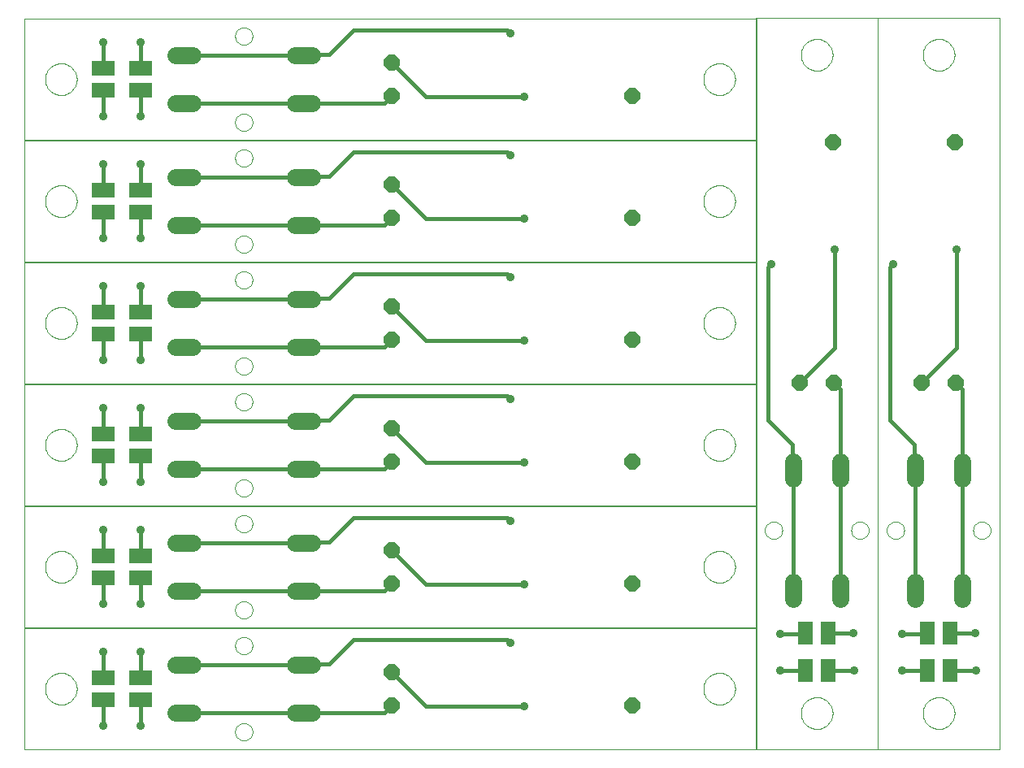
<source format=gtl>
G75*
G70*
%OFA0B0*%
%FSLAX24Y24*%
%IPPOS*%
%LPD*%
%AMOC8*
5,1,8,0,0,1.08239X$1,22.5*
%
%ADD10C,0.0000*%
%ADD11OC8,0.0650*%
%ADD12C,0.0705*%
%ADD13R,0.0945X0.0630*%
%ADD14R,0.0630X0.0945*%
%ADD15C,0.0357*%
%ADD16C,0.0160*%
D10*
X000151Y000181D02*
X000151Y005177D01*
X030171Y005177D01*
X030171Y000181D01*
X000151Y000181D01*
X001001Y002681D02*
X001003Y002731D01*
X001009Y002781D01*
X001019Y002831D01*
X001032Y002879D01*
X001049Y002927D01*
X001070Y002973D01*
X001094Y003017D01*
X001122Y003059D01*
X001153Y003099D01*
X001187Y003136D01*
X001224Y003171D01*
X001263Y003202D01*
X001304Y003231D01*
X001348Y003256D01*
X001394Y003278D01*
X001441Y003296D01*
X001489Y003310D01*
X001538Y003321D01*
X001588Y003328D01*
X001638Y003331D01*
X001689Y003330D01*
X001739Y003325D01*
X001789Y003316D01*
X001837Y003304D01*
X001885Y003287D01*
X001931Y003267D01*
X001976Y003244D01*
X002019Y003217D01*
X002059Y003187D01*
X002097Y003154D01*
X002132Y003118D01*
X002165Y003079D01*
X002194Y003038D01*
X002220Y002995D01*
X002243Y002950D01*
X002262Y002903D01*
X002277Y002855D01*
X002289Y002806D01*
X002297Y002756D01*
X002301Y002706D01*
X002301Y002656D01*
X002297Y002606D01*
X002289Y002556D01*
X002277Y002507D01*
X002262Y002459D01*
X002243Y002412D01*
X002220Y002367D01*
X002194Y002324D01*
X002165Y002283D01*
X002132Y002244D01*
X002097Y002208D01*
X002059Y002175D01*
X002019Y002145D01*
X001976Y002118D01*
X001931Y002095D01*
X001885Y002075D01*
X001837Y002058D01*
X001789Y002046D01*
X001739Y002037D01*
X001689Y002032D01*
X001638Y002031D01*
X001588Y002034D01*
X001538Y002041D01*
X001489Y002052D01*
X001441Y002066D01*
X001394Y002084D01*
X001348Y002106D01*
X001304Y002131D01*
X001263Y002160D01*
X001224Y002191D01*
X001187Y002226D01*
X001153Y002263D01*
X001122Y002303D01*
X001094Y002345D01*
X001070Y002389D01*
X001049Y002435D01*
X001032Y002483D01*
X001019Y002531D01*
X001009Y002581D01*
X001003Y002631D01*
X001001Y002681D01*
X000151Y005181D02*
X000151Y010177D01*
X030171Y010177D01*
X030171Y005181D01*
X000151Y005181D01*
X001001Y007681D02*
X001003Y007731D01*
X001009Y007781D01*
X001019Y007831D01*
X001032Y007879D01*
X001049Y007927D01*
X001070Y007973D01*
X001094Y008017D01*
X001122Y008059D01*
X001153Y008099D01*
X001187Y008136D01*
X001224Y008171D01*
X001263Y008202D01*
X001304Y008231D01*
X001348Y008256D01*
X001394Y008278D01*
X001441Y008296D01*
X001489Y008310D01*
X001538Y008321D01*
X001588Y008328D01*
X001638Y008331D01*
X001689Y008330D01*
X001739Y008325D01*
X001789Y008316D01*
X001837Y008304D01*
X001885Y008287D01*
X001931Y008267D01*
X001976Y008244D01*
X002019Y008217D01*
X002059Y008187D01*
X002097Y008154D01*
X002132Y008118D01*
X002165Y008079D01*
X002194Y008038D01*
X002220Y007995D01*
X002243Y007950D01*
X002262Y007903D01*
X002277Y007855D01*
X002289Y007806D01*
X002297Y007756D01*
X002301Y007706D01*
X002301Y007656D01*
X002297Y007606D01*
X002289Y007556D01*
X002277Y007507D01*
X002262Y007459D01*
X002243Y007412D01*
X002220Y007367D01*
X002194Y007324D01*
X002165Y007283D01*
X002132Y007244D01*
X002097Y007208D01*
X002059Y007175D01*
X002019Y007145D01*
X001976Y007118D01*
X001931Y007095D01*
X001885Y007075D01*
X001837Y007058D01*
X001789Y007046D01*
X001739Y007037D01*
X001689Y007032D01*
X001638Y007031D01*
X001588Y007034D01*
X001538Y007041D01*
X001489Y007052D01*
X001441Y007066D01*
X001394Y007084D01*
X001348Y007106D01*
X001304Y007131D01*
X001263Y007160D01*
X001224Y007191D01*
X001187Y007226D01*
X001153Y007263D01*
X001122Y007303D01*
X001094Y007345D01*
X001070Y007389D01*
X001049Y007435D01*
X001032Y007483D01*
X001019Y007531D01*
X001009Y007581D01*
X001003Y007631D01*
X001001Y007681D01*
X000151Y010181D02*
X000151Y015177D01*
X030171Y015177D01*
X030171Y010181D01*
X000151Y010181D01*
X001001Y012681D02*
X001003Y012731D01*
X001009Y012781D01*
X001019Y012831D01*
X001032Y012879D01*
X001049Y012927D01*
X001070Y012973D01*
X001094Y013017D01*
X001122Y013059D01*
X001153Y013099D01*
X001187Y013136D01*
X001224Y013171D01*
X001263Y013202D01*
X001304Y013231D01*
X001348Y013256D01*
X001394Y013278D01*
X001441Y013296D01*
X001489Y013310D01*
X001538Y013321D01*
X001588Y013328D01*
X001638Y013331D01*
X001689Y013330D01*
X001739Y013325D01*
X001789Y013316D01*
X001837Y013304D01*
X001885Y013287D01*
X001931Y013267D01*
X001976Y013244D01*
X002019Y013217D01*
X002059Y013187D01*
X002097Y013154D01*
X002132Y013118D01*
X002165Y013079D01*
X002194Y013038D01*
X002220Y012995D01*
X002243Y012950D01*
X002262Y012903D01*
X002277Y012855D01*
X002289Y012806D01*
X002297Y012756D01*
X002301Y012706D01*
X002301Y012656D01*
X002297Y012606D01*
X002289Y012556D01*
X002277Y012507D01*
X002262Y012459D01*
X002243Y012412D01*
X002220Y012367D01*
X002194Y012324D01*
X002165Y012283D01*
X002132Y012244D01*
X002097Y012208D01*
X002059Y012175D01*
X002019Y012145D01*
X001976Y012118D01*
X001931Y012095D01*
X001885Y012075D01*
X001837Y012058D01*
X001789Y012046D01*
X001739Y012037D01*
X001689Y012032D01*
X001638Y012031D01*
X001588Y012034D01*
X001538Y012041D01*
X001489Y012052D01*
X001441Y012066D01*
X001394Y012084D01*
X001348Y012106D01*
X001304Y012131D01*
X001263Y012160D01*
X001224Y012191D01*
X001187Y012226D01*
X001153Y012263D01*
X001122Y012303D01*
X001094Y012345D01*
X001070Y012389D01*
X001049Y012435D01*
X001032Y012483D01*
X001019Y012531D01*
X001009Y012581D01*
X001003Y012631D01*
X001001Y012681D01*
X000151Y015181D02*
X000151Y020177D01*
X030171Y020177D01*
X030171Y015181D01*
X000151Y015181D01*
X001001Y017681D02*
X001003Y017731D01*
X001009Y017781D01*
X001019Y017831D01*
X001032Y017879D01*
X001049Y017927D01*
X001070Y017973D01*
X001094Y018017D01*
X001122Y018059D01*
X001153Y018099D01*
X001187Y018136D01*
X001224Y018171D01*
X001263Y018202D01*
X001304Y018231D01*
X001348Y018256D01*
X001394Y018278D01*
X001441Y018296D01*
X001489Y018310D01*
X001538Y018321D01*
X001588Y018328D01*
X001638Y018331D01*
X001689Y018330D01*
X001739Y018325D01*
X001789Y018316D01*
X001837Y018304D01*
X001885Y018287D01*
X001931Y018267D01*
X001976Y018244D01*
X002019Y018217D01*
X002059Y018187D01*
X002097Y018154D01*
X002132Y018118D01*
X002165Y018079D01*
X002194Y018038D01*
X002220Y017995D01*
X002243Y017950D01*
X002262Y017903D01*
X002277Y017855D01*
X002289Y017806D01*
X002297Y017756D01*
X002301Y017706D01*
X002301Y017656D01*
X002297Y017606D01*
X002289Y017556D01*
X002277Y017507D01*
X002262Y017459D01*
X002243Y017412D01*
X002220Y017367D01*
X002194Y017324D01*
X002165Y017283D01*
X002132Y017244D01*
X002097Y017208D01*
X002059Y017175D01*
X002019Y017145D01*
X001976Y017118D01*
X001931Y017095D01*
X001885Y017075D01*
X001837Y017058D01*
X001789Y017046D01*
X001739Y017037D01*
X001689Y017032D01*
X001638Y017031D01*
X001588Y017034D01*
X001538Y017041D01*
X001489Y017052D01*
X001441Y017066D01*
X001394Y017084D01*
X001348Y017106D01*
X001304Y017131D01*
X001263Y017160D01*
X001224Y017191D01*
X001187Y017226D01*
X001153Y017263D01*
X001122Y017303D01*
X001094Y017345D01*
X001070Y017389D01*
X001049Y017435D01*
X001032Y017483D01*
X001019Y017531D01*
X001009Y017581D01*
X001003Y017631D01*
X001001Y017681D01*
X000151Y020181D02*
X000151Y025177D01*
X030171Y025177D01*
X030171Y020181D01*
X000151Y020181D01*
X001001Y022681D02*
X001003Y022731D01*
X001009Y022781D01*
X001019Y022831D01*
X001032Y022879D01*
X001049Y022927D01*
X001070Y022973D01*
X001094Y023017D01*
X001122Y023059D01*
X001153Y023099D01*
X001187Y023136D01*
X001224Y023171D01*
X001263Y023202D01*
X001304Y023231D01*
X001348Y023256D01*
X001394Y023278D01*
X001441Y023296D01*
X001489Y023310D01*
X001538Y023321D01*
X001588Y023328D01*
X001638Y023331D01*
X001689Y023330D01*
X001739Y023325D01*
X001789Y023316D01*
X001837Y023304D01*
X001885Y023287D01*
X001931Y023267D01*
X001976Y023244D01*
X002019Y023217D01*
X002059Y023187D01*
X002097Y023154D01*
X002132Y023118D01*
X002165Y023079D01*
X002194Y023038D01*
X002220Y022995D01*
X002243Y022950D01*
X002262Y022903D01*
X002277Y022855D01*
X002289Y022806D01*
X002297Y022756D01*
X002301Y022706D01*
X002301Y022656D01*
X002297Y022606D01*
X002289Y022556D01*
X002277Y022507D01*
X002262Y022459D01*
X002243Y022412D01*
X002220Y022367D01*
X002194Y022324D01*
X002165Y022283D01*
X002132Y022244D01*
X002097Y022208D01*
X002059Y022175D01*
X002019Y022145D01*
X001976Y022118D01*
X001931Y022095D01*
X001885Y022075D01*
X001837Y022058D01*
X001789Y022046D01*
X001739Y022037D01*
X001689Y022032D01*
X001638Y022031D01*
X001588Y022034D01*
X001538Y022041D01*
X001489Y022052D01*
X001441Y022066D01*
X001394Y022084D01*
X001348Y022106D01*
X001304Y022131D01*
X001263Y022160D01*
X001224Y022191D01*
X001187Y022226D01*
X001153Y022263D01*
X001122Y022303D01*
X001094Y022345D01*
X001070Y022389D01*
X001049Y022435D01*
X001032Y022483D01*
X001019Y022531D01*
X001009Y022581D01*
X001003Y022631D01*
X001001Y022681D01*
X000151Y025181D02*
X000151Y030177D01*
X030171Y030177D01*
X030171Y025181D01*
X000151Y025181D01*
X001001Y027681D02*
X001003Y027731D01*
X001009Y027781D01*
X001019Y027831D01*
X001032Y027879D01*
X001049Y027927D01*
X001070Y027973D01*
X001094Y028017D01*
X001122Y028059D01*
X001153Y028099D01*
X001187Y028136D01*
X001224Y028171D01*
X001263Y028202D01*
X001304Y028231D01*
X001348Y028256D01*
X001394Y028278D01*
X001441Y028296D01*
X001489Y028310D01*
X001538Y028321D01*
X001588Y028328D01*
X001638Y028331D01*
X001689Y028330D01*
X001739Y028325D01*
X001789Y028316D01*
X001837Y028304D01*
X001885Y028287D01*
X001931Y028267D01*
X001976Y028244D01*
X002019Y028217D01*
X002059Y028187D01*
X002097Y028154D01*
X002132Y028118D01*
X002165Y028079D01*
X002194Y028038D01*
X002220Y027995D01*
X002243Y027950D01*
X002262Y027903D01*
X002277Y027855D01*
X002289Y027806D01*
X002297Y027756D01*
X002301Y027706D01*
X002301Y027656D01*
X002297Y027606D01*
X002289Y027556D01*
X002277Y027507D01*
X002262Y027459D01*
X002243Y027412D01*
X002220Y027367D01*
X002194Y027324D01*
X002165Y027283D01*
X002132Y027244D01*
X002097Y027208D01*
X002059Y027175D01*
X002019Y027145D01*
X001976Y027118D01*
X001931Y027095D01*
X001885Y027075D01*
X001837Y027058D01*
X001789Y027046D01*
X001739Y027037D01*
X001689Y027032D01*
X001638Y027031D01*
X001588Y027034D01*
X001538Y027041D01*
X001489Y027052D01*
X001441Y027066D01*
X001394Y027084D01*
X001348Y027106D01*
X001304Y027131D01*
X001263Y027160D01*
X001224Y027191D01*
X001187Y027226D01*
X001153Y027263D01*
X001122Y027303D01*
X001094Y027345D01*
X001070Y027389D01*
X001049Y027435D01*
X001032Y027483D01*
X001019Y027531D01*
X001009Y027581D01*
X001003Y027631D01*
X001001Y027681D01*
X008796Y025911D02*
X008798Y025948D01*
X008804Y025985D01*
X008813Y026021D01*
X008827Y026055D01*
X008844Y026088D01*
X008864Y026120D01*
X008887Y026149D01*
X008913Y026175D01*
X008942Y026198D01*
X008973Y026218D01*
X009007Y026235D01*
X009041Y026249D01*
X009077Y026258D01*
X009114Y026264D01*
X009151Y026266D01*
X009188Y026264D01*
X009225Y026258D01*
X009261Y026249D01*
X009295Y026235D01*
X009328Y026218D01*
X009360Y026198D01*
X009389Y026175D01*
X009415Y026149D01*
X009438Y026120D01*
X009458Y026089D01*
X009475Y026055D01*
X009489Y026021D01*
X009498Y025985D01*
X009504Y025948D01*
X009506Y025911D01*
X009504Y025874D01*
X009498Y025837D01*
X009489Y025801D01*
X009475Y025767D01*
X009458Y025734D01*
X009438Y025702D01*
X009415Y025673D01*
X009389Y025647D01*
X009360Y025624D01*
X009329Y025604D01*
X009295Y025587D01*
X009261Y025573D01*
X009225Y025564D01*
X009188Y025558D01*
X009151Y025556D01*
X009114Y025558D01*
X009077Y025564D01*
X009041Y025573D01*
X009007Y025587D01*
X008974Y025604D01*
X008942Y025624D01*
X008913Y025647D01*
X008887Y025673D01*
X008864Y025702D01*
X008844Y025733D01*
X008827Y025767D01*
X008813Y025801D01*
X008804Y025837D01*
X008798Y025874D01*
X008796Y025911D01*
X008796Y024451D02*
X008798Y024488D01*
X008804Y024525D01*
X008813Y024561D01*
X008827Y024595D01*
X008844Y024628D01*
X008864Y024660D01*
X008887Y024689D01*
X008913Y024715D01*
X008942Y024738D01*
X008973Y024758D01*
X009007Y024775D01*
X009041Y024789D01*
X009077Y024798D01*
X009114Y024804D01*
X009151Y024806D01*
X009188Y024804D01*
X009225Y024798D01*
X009261Y024789D01*
X009295Y024775D01*
X009328Y024758D01*
X009360Y024738D01*
X009389Y024715D01*
X009415Y024689D01*
X009438Y024660D01*
X009458Y024629D01*
X009475Y024595D01*
X009489Y024561D01*
X009498Y024525D01*
X009504Y024488D01*
X009506Y024451D01*
X009504Y024414D01*
X009498Y024377D01*
X009489Y024341D01*
X009475Y024307D01*
X009458Y024274D01*
X009438Y024242D01*
X009415Y024213D01*
X009389Y024187D01*
X009360Y024164D01*
X009329Y024144D01*
X009295Y024127D01*
X009261Y024113D01*
X009225Y024104D01*
X009188Y024098D01*
X009151Y024096D01*
X009114Y024098D01*
X009077Y024104D01*
X009041Y024113D01*
X009007Y024127D01*
X008974Y024144D01*
X008942Y024164D01*
X008913Y024187D01*
X008887Y024213D01*
X008864Y024242D01*
X008844Y024273D01*
X008827Y024307D01*
X008813Y024341D01*
X008804Y024377D01*
X008798Y024414D01*
X008796Y024451D01*
X008796Y020911D02*
X008798Y020948D01*
X008804Y020985D01*
X008813Y021021D01*
X008827Y021055D01*
X008844Y021088D01*
X008864Y021120D01*
X008887Y021149D01*
X008913Y021175D01*
X008942Y021198D01*
X008973Y021218D01*
X009007Y021235D01*
X009041Y021249D01*
X009077Y021258D01*
X009114Y021264D01*
X009151Y021266D01*
X009188Y021264D01*
X009225Y021258D01*
X009261Y021249D01*
X009295Y021235D01*
X009328Y021218D01*
X009360Y021198D01*
X009389Y021175D01*
X009415Y021149D01*
X009438Y021120D01*
X009458Y021089D01*
X009475Y021055D01*
X009489Y021021D01*
X009498Y020985D01*
X009504Y020948D01*
X009506Y020911D01*
X009504Y020874D01*
X009498Y020837D01*
X009489Y020801D01*
X009475Y020767D01*
X009458Y020734D01*
X009438Y020702D01*
X009415Y020673D01*
X009389Y020647D01*
X009360Y020624D01*
X009329Y020604D01*
X009295Y020587D01*
X009261Y020573D01*
X009225Y020564D01*
X009188Y020558D01*
X009151Y020556D01*
X009114Y020558D01*
X009077Y020564D01*
X009041Y020573D01*
X009007Y020587D01*
X008974Y020604D01*
X008942Y020624D01*
X008913Y020647D01*
X008887Y020673D01*
X008864Y020702D01*
X008844Y020733D01*
X008827Y020767D01*
X008813Y020801D01*
X008804Y020837D01*
X008798Y020874D01*
X008796Y020911D01*
X008796Y019451D02*
X008798Y019488D01*
X008804Y019525D01*
X008813Y019561D01*
X008827Y019595D01*
X008844Y019628D01*
X008864Y019660D01*
X008887Y019689D01*
X008913Y019715D01*
X008942Y019738D01*
X008973Y019758D01*
X009007Y019775D01*
X009041Y019789D01*
X009077Y019798D01*
X009114Y019804D01*
X009151Y019806D01*
X009188Y019804D01*
X009225Y019798D01*
X009261Y019789D01*
X009295Y019775D01*
X009328Y019758D01*
X009360Y019738D01*
X009389Y019715D01*
X009415Y019689D01*
X009438Y019660D01*
X009458Y019629D01*
X009475Y019595D01*
X009489Y019561D01*
X009498Y019525D01*
X009504Y019488D01*
X009506Y019451D01*
X009504Y019414D01*
X009498Y019377D01*
X009489Y019341D01*
X009475Y019307D01*
X009458Y019274D01*
X009438Y019242D01*
X009415Y019213D01*
X009389Y019187D01*
X009360Y019164D01*
X009329Y019144D01*
X009295Y019127D01*
X009261Y019113D01*
X009225Y019104D01*
X009188Y019098D01*
X009151Y019096D01*
X009114Y019098D01*
X009077Y019104D01*
X009041Y019113D01*
X009007Y019127D01*
X008974Y019144D01*
X008942Y019164D01*
X008913Y019187D01*
X008887Y019213D01*
X008864Y019242D01*
X008844Y019273D01*
X008827Y019307D01*
X008813Y019341D01*
X008804Y019377D01*
X008798Y019414D01*
X008796Y019451D01*
X008796Y015911D02*
X008798Y015948D01*
X008804Y015985D01*
X008813Y016021D01*
X008827Y016055D01*
X008844Y016088D01*
X008864Y016120D01*
X008887Y016149D01*
X008913Y016175D01*
X008942Y016198D01*
X008973Y016218D01*
X009007Y016235D01*
X009041Y016249D01*
X009077Y016258D01*
X009114Y016264D01*
X009151Y016266D01*
X009188Y016264D01*
X009225Y016258D01*
X009261Y016249D01*
X009295Y016235D01*
X009328Y016218D01*
X009360Y016198D01*
X009389Y016175D01*
X009415Y016149D01*
X009438Y016120D01*
X009458Y016089D01*
X009475Y016055D01*
X009489Y016021D01*
X009498Y015985D01*
X009504Y015948D01*
X009506Y015911D01*
X009504Y015874D01*
X009498Y015837D01*
X009489Y015801D01*
X009475Y015767D01*
X009458Y015734D01*
X009438Y015702D01*
X009415Y015673D01*
X009389Y015647D01*
X009360Y015624D01*
X009329Y015604D01*
X009295Y015587D01*
X009261Y015573D01*
X009225Y015564D01*
X009188Y015558D01*
X009151Y015556D01*
X009114Y015558D01*
X009077Y015564D01*
X009041Y015573D01*
X009007Y015587D01*
X008974Y015604D01*
X008942Y015624D01*
X008913Y015647D01*
X008887Y015673D01*
X008864Y015702D01*
X008844Y015733D01*
X008827Y015767D01*
X008813Y015801D01*
X008804Y015837D01*
X008798Y015874D01*
X008796Y015911D01*
X008796Y014451D02*
X008798Y014488D01*
X008804Y014525D01*
X008813Y014561D01*
X008827Y014595D01*
X008844Y014628D01*
X008864Y014660D01*
X008887Y014689D01*
X008913Y014715D01*
X008942Y014738D01*
X008973Y014758D01*
X009007Y014775D01*
X009041Y014789D01*
X009077Y014798D01*
X009114Y014804D01*
X009151Y014806D01*
X009188Y014804D01*
X009225Y014798D01*
X009261Y014789D01*
X009295Y014775D01*
X009328Y014758D01*
X009360Y014738D01*
X009389Y014715D01*
X009415Y014689D01*
X009438Y014660D01*
X009458Y014629D01*
X009475Y014595D01*
X009489Y014561D01*
X009498Y014525D01*
X009504Y014488D01*
X009506Y014451D01*
X009504Y014414D01*
X009498Y014377D01*
X009489Y014341D01*
X009475Y014307D01*
X009458Y014274D01*
X009438Y014242D01*
X009415Y014213D01*
X009389Y014187D01*
X009360Y014164D01*
X009329Y014144D01*
X009295Y014127D01*
X009261Y014113D01*
X009225Y014104D01*
X009188Y014098D01*
X009151Y014096D01*
X009114Y014098D01*
X009077Y014104D01*
X009041Y014113D01*
X009007Y014127D01*
X008974Y014144D01*
X008942Y014164D01*
X008913Y014187D01*
X008887Y014213D01*
X008864Y014242D01*
X008844Y014273D01*
X008827Y014307D01*
X008813Y014341D01*
X008804Y014377D01*
X008798Y014414D01*
X008796Y014451D01*
X008796Y010911D02*
X008798Y010948D01*
X008804Y010985D01*
X008813Y011021D01*
X008827Y011055D01*
X008844Y011088D01*
X008864Y011120D01*
X008887Y011149D01*
X008913Y011175D01*
X008942Y011198D01*
X008973Y011218D01*
X009007Y011235D01*
X009041Y011249D01*
X009077Y011258D01*
X009114Y011264D01*
X009151Y011266D01*
X009188Y011264D01*
X009225Y011258D01*
X009261Y011249D01*
X009295Y011235D01*
X009328Y011218D01*
X009360Y011198D01*
X009389Y011175D01*
X009415Y011149D01*
X009438Y011120D01*
X009458Y011089D01*
X009475Y011055D01*
X009489Y011021D01*
X009498Y010985D01*
X009504Y010948D01*
X009506Y010911D01*
X009504Y010874D01*
X009498Y010837D01*
X009489Y010801D01*
X009475Y010767D01*
X009458Y010734D01*
X009438Y010702D01*
X009415Y010673D01*
X009389Y010647D01*
X009360Y010624D01*
X009329Y010604D01*
X009295Y010587D01*
X009261Y010573D01*
X009225Y010564D01*
X009188Y010558D01*
X009151Y010556D01*
X009114Y010558D01*
X009077Y010564D01*
X009041Y010573D01*
X009007Y010587D01*
X008974Y010604D01*
X008942Y010624D01*
X008913Y010647D01*
X008887Y010673D01*
X008864Y010702D01*
X008844Y010733D01*
X008827Y010767D01*
X008813Y010801D01*
X008804Y010837D01*
X008798Y010874D01*
X008796Y010911D01*
X008796Y009451D02*
X008798Y009488D01*
X008804Y009525D01*
X008813Y009561D01*
X008827Y009595D01*
X008844Y009628D01*
X008864Y009660D01*
X008887Y009689D01*
X008913Y009715D01*
X008942Y009738D01*
X008973Y009758D01*
X009007Y009775D01*
X009041Y009789D01*
X009077Y009798D01*
X009114Y009804D01*
X009151Y009806D01*
X009188Y009804D01*
X009225Y009798D01*
X009261Y009789D01*
X009295Y009775D01*
X009328Y009758D01*
X009360Y009738D01*
X009389Y009715D01*
X009415Y009689D01*
X009438Y009660D01*
X009458Y009629D01*
X009475Y009595D01*
X009489Y009561D01*
X009498Y009525D01*
X009504Y009488D01*
X009506Y009451D01*
X009504Y009414D01*
X009498Y009377D01*
X009489Y009341D01*
X009475Y009307D01*
X009458Y009274D01*
X009438Y009242D01*
X009415Y009213D01*
X009389Y009187D01*
X009360Y009164D01*
X009329Y009144D01*
X009295Y009127D01*
X009261Y009113D01*
X009225Y009104D01*
X009188Y009098D01*
X009151Y009096D01*
X009114Y009098D01*
X009077Y009104D01*
X009041Y009113D01*
X009007Y009127D01*
X008974Y009144D01*
X008942Y009164D01*
X008913Y009187D01*
X008887Y009213D01*
X008864Y009242D01*
X008844Y009273D01*
X008827Y009307D01*
X008813Y009341D01*
X008804Y009377D01*
X008798Y009414D01*
X008796Y009451D01*
X008796Y005911D02*
X008798Y005948D01*
X008804Y005985D01*
X008813Y006021D01*
X008827Y006055D01*
X008844Y006088D01*
X008864Y006120D01*
X008887Y006149D01*
X008913Y006175D01*
X008942Y006198D01*
X008973Y006218D01*
X009007Y006235D01*
X009041Y006249D01*
X009077Y006258D01*
X009114Y006264D01*
X009151Y006266D01*
X009188Y006264D01*
X009225Y006258D01*
X009261Y006249D01*
X009295Y006235D01*
X009328Y006218D01*
X009360Y006198D01*
X009389Y006175D01*
X009415Y006149D01*
X009438Y006120D01*
X009458Y006089D01*
X009475Y006055D01*
X009489Y006021D01*
X009498Y005985D01*
X009504Y005948D01*
X009506Y005911D01*
X009504Y005874D01*
X009498Y005837D01*
X009489Y005801D01*
X009475Y005767D01*
X009458Y005734D01*
X009438Y005702D01*
X009415Y005673D01*
X009389Y005647D01*
X009360Y005624D01*
X009329Y005604D01*
X009295Y005587D01*
X009261Y005573D01*
X009225Y005564D01*
X009188Y005558D01*
X009151Y005556D01*
X009114Y005558D01*
X009077Y005564D01*
X009041Y005573D01*
X009007Y005587D01*
X008974Y005604D01*
X008942Y005624D01*
X008913Y005647D01*
X008887Y005673D01*
X008864Y005702D01*
X008844Y005733D01*
X008827Y005767D01*
X008813Y005801D01*
X008804Y005837D01*
X008798Y005874D01*
X008796Y005911D01*
X008796Y004451D02*
X008798Y004488D01*
X008804Y004525D01*
X008813Y004561D01*
X008827Y004595D01*
X008844Y004628D01*
X008864Y004660D01*
X008887Y004689D01*
X008913Y004715D01*
X008942Y004738D01*
X008973Y004758D01*
X009007Y004775D01*
X009041Y004789D01*
X009077Y004798D01*
X009114Y004804D01*
X009151Y004806D01*
X009188Y004804D01*
X009225Y004798D01*
X009261Y004789D01*
X009295Y004775D01*
X009328Y004758D01*
X009360Y004738D01*
X009389Y004715D01*
X009415Y004689D01*
X009438Y004660D01*
X009458Y004629D01*
X009475Y004595D01*
X009489Y004561D01*
X009498Y004525D01*
X009504Y004488D01*
X009506Y004451D01*
X009504Y004414D01*
X009498Y004377D01*
X009489Y004341D01*
X009475Y004307D01*
X009458Y004274D01*
X009438Y004242D01*
X009415Y004213D01*
X009389Y004187D01*
X009360Y004164D01*
X009329Y004144D01*
X009295Y004127D01*
X009261Y004113D01*
X009225Y004104D01*
X009188Y004098D01*
X009151Y004096D01*
X009114Y004098D01*
X009077Y004104D01*
X009041Y004113D01*
X009007Y004127D01*
X008974Y004144D01*
X008942Y004164D01*
X008913Y004187D01*
X008887Y004213D01*
X008864Y004242D01*
X008844Y004273D01*
X008827Y004307D01*
X008813Y004341D01*
X008804Y004377D01*
X008798Y004414D01*
X008796Y004451D01*
X008796Y000911D02*
X008798Y000948D01*
X008804Y000985D01*
X008813Y001021D01*
X008827Y001055D01*
X008844Y001088D01*
X008864Y001120D01*
X008887Y001149D01*
X008913Y001175D01*
X008942Y001198D01*
X008973Y001218D01*
X009007Y001235D01*
X009041Y001249D01*
X009077Y001258D01*
X009114Y001264D01*
X009151Y001266D01*
X009188Y001264D01*
X009225Y001258D01*
X009261Y001249D01*
X009295Y001235D01*
X009328Y001218D01*
X009360Y001198D01*
X009389Y001175D01*
X009415Y001149D01*
X009438Y001120D01*
X009458Y001089D01*
X009475Y001055D01*
X009489Y001021D01*
X009498Y000985D01*
X009504Y000948D01*
X009506Y000911D01*
X009504Y000874D01*
X009498Y000837D01*
X009489Y000801D01*
X009475Y000767D01*
X009458Y000734D01*
X009438Y000702D01*
X009415Y000673D01*
X009389Y000647D01*
X009360Y000624D01*
X009329Y000604D01*
X009295Y000587D01*
X009261Y000573D01*
X009225Y000564D01*
X009188Y000558D01*
X009151Y000556D01*
X009114Y000558D01*
X009077Y000564D01*
X009041Y000573D01*
X009007Y000587D01*
X008974Y000604D01*
X008942Y000624D01*
X008913Y000647D01*
X008887Y000673D01*
X008864Y000702D01*
X008844Y000733D01*
X008827Y000767D01*
X008813Y000801D01*
X008804Y000837D01*
X008798Y000874D01*
X008796Y000911D01*
X028001Y002681D02*
X028003Y002731D01*
X028009Y002781D01*
X028019Y002831D01*
X028032Y002879D01*
X028049Y002927D01*
X028070Y002973D01*
X028094Y003017D01*
X028122Y003059D01*
X028153Y003099D01*
X028187Y003136D01*
X028224Y003171D01*
X028263Y003202D01*
X028304Y003231D01*
X028348Y003256D01*
X028394Y003278D01*
X028441Y003296D01*
X028489Y003310D01*
X028538Y003321D01*
X028588Y003328D01*
X028638Y003331D01*
X028689Y003330D01*
X028739Y003325D01*
X028789Y003316D01*
X028837Y003304D01*
X028885Y003287D01*
X028931Y003267D01*
X028976Y003244D01*
X029019Y003217D01*
X029059Y003187D01*
X029097Y003154D01*
X029132Y003118D01*
X029165Y003079D01*
X029194Y003038D01*
X029220Y002995D01*
X029243Y002950D01*
X029262Y002903D01*
X029277Y002855D01*
X029289Y002806D01*
X029297Y002756D01*
X029301Y002706D01*
X029301Y002656D01*
X029297Y002606D01*
X029289Y002556D01*
X029277Y002507D01*
X029262Y002459D01*
X029243Y002412D01*
X029220Y002367D01*
X029194Y002324D01*
X029165Y002283D01*
X029132Y002244D01*
X029097Y002208D01*
X029059Y002175D01*
X029019Y002145D01*
X028976Y002118D01*
X028931Y002095D01*
X028885Y002075D01*
X028837Y002058D01*
X028789Y002046D01*
X028739Y002037D01*
X028689Y002032D01*
X028638Y002031D01*
X028588Y002034D01*
X028538Y002041D01*
X028489Y002052D01*
X028441Y002066D01*
X028394Y002084D01*
X028348Y002106D01*
X028304Y002131D01*
X028263Y002160D01*
X028224Y002191D01*
X028187Y002226D01*
X028153Y002263D01*
X028122Y002303D01*
X028094Y002345D01*
X028070Y002389D01*
X028049Y002435D01*
X028032Y002483D01*
X028019Y002531D01*
X028009Y002581D01*
X028003Y002631D01*
X028001Y002681D01*
X030155Y000181D02*
X035151Y000181D01*
X035151Y030201D01*
X030155Y030201D01*
X030155Y000181D01*
X032001Y001681D02*
X032003Y001731D01*
X032009Y001781D01*
X032019Y001831D01*
X032032Y001879D01*
X032049Y001927D01*
X032070Y001973D01*
X032094Y002017D01*
X032122Y002059D01*
X032153Y002099D01*
X032187Y002136D01*
X032224Y002171D01*
X032263Y002202D01*
X032304Y002231D01*
X032348Y002256D01*
X032394Y002278D01*
X032441Y002296D01*
X032489Y002310D01*
X032538Y002321D01*
X032588Y002328D01*
X032638Y002331D01*
X032689Y002330D01*
X032739Y002325D01*
X032789Y002316D01*
X032837Y002304D01*
X032885Y002287D01*
X032931Y002267D01*
X032976Y002244D01*
X033019Y002217D01*
X033059Y002187D01*
X033097Y002154D01*
X033132Y002118D01*
X033165Y002079D01*
X033194Y002038D01*
X033220Y001995D01*
X033243Y001950D01*
X033262Y001903D01*
X033277Y001855D01*
X033289Y001806D01*
X033297Y001756D01*
X033301Y001706D01*
X033301Y001656D01*
X033297Y001606D01*
X033289Y001556D01*
X033277Y001507D01*
X033262Y001459D01*
X033243Y001412D01*
X033220Y001367D01*
X033194Y001324D01*
X033165Y001283D01*
X033132Y001244D01*
X033097Y001208D01*
X033059Y001175D01*
X033019Y001145D01*
X032976Y001118D01*
X032931Y001095D01*
X032885Y001075D01*
X032837Y001058D01*
X032789Y001046D01*
X032739Y001037D01*
X032689Y001032D01*
X032638Y001031D01*
X032588Y001034D01*
X032538Y001041D01*
X032489Y001052D01*
X032441Y001066D01*
X032394Y001084D01*
X032348Y001106D01*
X032304Y001131D01*
X032263Y001160D01*
X032224Y001191D01*
X032187Y001226D01*
X032153Y001263D01*
X032122Y001303D01*
X032094Y001345D01*
X032070Y001389D01*
X032049Y001435D01*
X032032Y001483D01*
X032019Y001531D01*
X032009Y001581D01*
X032003Y001631D01*
X032001Y001681D01*
X035155Y000181D02*
X040151Y000181D01*
X040151Y030201D01*
X035155Y030201D01*
X035155Y000181D01*
X037001Y001681D02*
X037003Y001731D01*
X037009Y001781D01*
X037019Y001831D01*
X037032Y001879D01*
X037049Y001927D01*
X037070Y001973D01*
X037094Y002017D01*
X037122Y002059D01*
X037153Y002099D01*
X037187Y002136D01*
X037224Y002171D01*
X037263Y002202D01*
X037304Y002231D01*
X037348Y002256D01*
X037394Y002278D01*
X037441Y002296D01*
X037489Y002310D01*
X037538Y002321D01*
X037588Y002328D01*
X037638Y002331D01*
X037689Y002330D01*
X037739Y002325D01*
X037789Y002316D01*
X037837Y002304D01*
X037885Y002287D01*
X037931Y002267D01*
X037976Y002244D01*
X038019Y002217D01*
X038059Y002187D01*
X038097Y002154D01*
X038132Y002118D01*
X038165Y002079D01*
X038194Y002038D01*
X038220Y001995D01*
X038243Y001950D01*
X038262Y001903D01*
X038277Y001855D01*
X038289Y001806D01*
X038297Y001756D01*
X038301Y001706D01*
X038301Y001656D01*
X038297Y001606D01*
X038289Y001556D01*
X038277Y001507D01*
X038262Y001459D01*
X038243Y001412D01*
X038220Y001367D01*
X038194Y001324D01*
X038165Y001283D01*
X038132Y001244D01*
X038097Y001208D01*
X038059Y001175D01*
X038019Y001145D01*
X037976Y001118D01*
X037931Y001095D01*
X037885Y001075D01*
X037837Y001058D01*
X037789Y001046D01*
X037739Y001037D01*
X037689Y001032D01*
X037638Y001031D01*
X037588Y001034D01*
X037538Y001041D01*
X037489Y001052D01*
X037441Y001066D01*
X037394Y001084D01*
X037348Y001106D01*
X037304Y001131D01*
X037263Y001160D01*
X037224Y001191D01*
X037187Y001226D01*
X037153Y001263D01*
X037122Y001303D01*
X037094Y001345D01*
X037070Y001389D01*
X037049Y001435D01*
X037032Y001483D01*
X037019Y001531D01*
X037009Y001581D01*
X037003Y001631D01*
X037001Y001681D01*
X028001Y007681D02*
X028003Y007731D01*
X028009Y007781D01*
X028019Y007831D01*
X028032Y007879D01*
X028049Y007927D01*
X028070Y007973D01*
X028094Y008017D01*
X028122Y008059D01*
X028153Y008099D01*
X028187Y008136D01*
X028224Y008171D01*
X028263Y008202D01*
X028304Y008231D01*
X028348Y008256D01*
X028394Y008278D01*
X028441Y008296D01*
X028489Y008310D01*
X028538Y008321D01*
X028588Y008328D01*
X028638Y008331D01*
X028689Y008330D01*
X028739Y008325D01*
X028789Y008316D01*
X028837Y008304D01*
X028885Y008287D01*
X028931Y008267D01*
X028976Y008244D01*
X029019Y008217D01*
X029059Y008187D01*
X029097Y008154D01*
X029132Y008118D01*
X029165Y008079D01*
X029194Y008038D01*
X029220Y007995D01*
X029243Y007950D01*
X029262Y007903D01*
X029277Y007855D01*
X029289Y007806D01*
X029297Y007756D01*
X029301Y007706D01*
X029301Y007656D01*
X029297Y007606D01*
X029289Y007556D01*
X029277Y007507D01*
X029262Y007459D01*
X029243Y007412D01*
X029220Y007367D01*
X029194Y007324D01*
X029165Y007283D01*
X029132Y007244D01*
X029097Y007208D01*
X029059Y007175D01*
X029019Y007145D01*
X028976Y007118D01*
X028931Y007095D01*
X028885Y007075D01*
X028837Y007058D01*
X028789Y007046D01*
X028739Y007037D01*
X028689Y007032D01*
X028638Y007031D01*
X028588Y007034D01*
X028538Y007041D01*
X028489Y007052D01*
X028441Y007066D01*
X028394Y007084D01*
X028348Y007106D01*
X028304Y007131D01*
X028263Y007160D01*
X028224Y007191D01*
X028187Y007226D01*
X028153Y007263D01*
X028122Y007303D01*
X028094Y007345D01*
X028070Y007389D01*
X028049Y007435D01*
X028032Y007483D01*
X028019Y007531D01*
X028009Y007581D01*
X028003Y007631D01*
X028001Y007681D01*
X030526Y009181D02*
X030528Y009218D01*
X030534Y009255D01*
X030543Y009291D01*
X030557Y009325D01*
X030574Y009358D01*
X030594Y009390D01*
X030617Y009419D01*
X030643Y009445D01*
X030672Y009468D01*
X030703Y009488D01*
X030737Y009505D01*
X030771Y009519D01*
X030807Y009528D01*
X030844Y009534D01*
X030881Y009536D01*
X030918Y009534D01*
X030955Y009528D01*
X030991Y009519D01*
X031025Y009505D01*
X031058Y009488D01*
X031090Y009468D01*
X031119Y009445D01*
X031145Y009419D01*
X031168Y009390D01*
X031188Y009359D01*
X031205Y009325D01*
X031219Y009291D01*
X031228Y009255D01*
X031234Y009218D01*
X031236Y009181D01*
X031234Y009144D01*
X031228Y009107D01*
X031219Y009071D01*
X031205Y009037D01*
X031188Y009004D01*
X031168Y008972D01*
X031145Y008943D01*
X031119Y008917D01*
X031090Y008894D01*
X031059Y008874D01*
X031025Y008857D01*
X030991Y008843D01*
X030955Y008834D01*
X030918Y008828D01*
X030881Y008826D01*
X030844Y008828D01*
X030807Y008834D01*
X030771Y008843D01*
X030737Y008857D01*
X030704Y008874D01*
X030672Y008894D01*
X030643Y008917D01*
X030617Y008943D01*
X030594Y008972D01*
X030574Y009003D01*
X030557Y009037D01*
X030543Y009071D01*
X030534Y009107D01*
X030528Y009144D01*
X030526Y009181D01*
X034066Y009181D02*
X034068Y009218D01*
X034074Y009255D01*
X034083Y009291D01*
X034097Y009325D01*
X034114Y009358D01*
X034134Y009390D01*
X034157Y009419D01*
X034183Y009445D01*
X034212Y009468D01*
X034243Y009488D01*
X034277Y009505D01*
X034311Y009519D01*
X034347Y009528D01*
X034384Y009534D01*
X034421Y009536D01*
X034458Y009534D01*
X034495Y009528D01*
X034531Y009519D01*
X034565Y009505D01*
X034598Y009488D01*
X034630Y009468D01*
X034659Y009445D01*
X034685Y009419D01*
X034708Y009390D01*
X034728Y009359D01*
X034745Y009325D01*
X034759Y009291D01*
X034768Y009255D01*
X034774Y009218D01*
X034776Y009181D01*
X034774Y009144D01*
X034768Y009107D01*
X034759Y009071D01*
X034745Y009037D01*
X034728Y009004D01*
X034708Y008972D01*
X034685Y008943D01*
X034659Y008917D01*
X034630Y008894D01*
X034599Y008874D01*
X034565Y008857D01*
X034531Y008843D01*
X034495Y008834D01*
X034458Y008828D01*
X034421Y008826D01*
X034384Y008828D01*
X034347Y008834D01*
X034311Y008843D01*
X034277Y008857D01*
X034244Y008874D01*
X034212Y008894D01*
X034183Y008917D01*
X034157Y008943D01*
X034134Y008972D01*
X034114Y009003D01*
X034097Y009037D01*
X034083Y009071D01*
X034074Y009107D01*
X034068Y009144D01*
X034066Y009181D01*
X035526Y009181D02*
X035528Y009218D01*
X035534Y009255D01*
X035543Y009291D01*
X035557Y009325D01*
X035574Y009358D01*
X035594Y009390D01*
X035617Y009419D01*
X035643Y009445D01*
X035672Y009468D01*
X035703Y009488D01*
X035737Y009505D01*
X035771Y009519D01*
X035807Y009528D01*
X035844Y009534D01*
X035881Y009536D01*
X035918Y009534D01*
X035955Y009528D01*
X035991Y009519D01*
X036025Y009505D01*
X036058Y009488D01*
X036090Y009468D01*
X036119Y009445D01*
X036145Y009419D01*
X036168Y009390D01*
X036188Y009359D01*
X036205Y009325D01*
X036219Y009291D01*
X036228Y009255D01*
X036234Y009218D01*
X036236Y009181D01*
X036234Y009144D01*
X036228Y009107D01*
X036219Y009071D01*
X036205Y009037D01*
X036188Y009004D01*
X036168Y008972D01*
X036145Y008943D01*
X036119Y008917D01*
X036090Y008894D01*
X036059Y008874D01*
X036025Y008857D01*
X035991Y008843D01*
X035955Y008834D01*
X035918Y008828D01*
X035881Y008826D01*
X035844Y008828D01*
X035807Y008834D01*
X035771Y008843D01*
X035737Y008857D01*
X035704Y008874D01*
X035672Y008894D01*
X035643Y008917D01*
X035617Y008943D01*
X035594Y008972D01*
X035574Y009003D01*
X035557Y009037D01*
X035543Y009071D01*
X035534Y009107D01*
X035528Y009144D01*
X035526Y009181D01*
X039066Y009181D02*
X039068Y009218D01*
X039074Y009255D01*
X039083Y009291D01*
X039097Y009325D01*
X039114Y009358D01*
X039134Y009390D01*
X039157Y009419D01*
X039183Y009445D01*
X039212Y009468D01*
X039243Y009488D01*
X039277Y009505D01*
X039311Y009519D01*
X039347Y009528D01*
X039384Y009534D01*
X039421Y009536D01*
X039458Y009534D01*
X039495Y009528D01*
X039531Y009519D01*
X039565Y009505D01*
X039598Y009488D01*
X039630Y009468D01*
X039659Y009445D01*
X039685Y009419D01*
X039708Y009390D01*
X039728Y009359D01*
X039745Y009325D01*
X039759Y009291D01*
X039768Y009255D01*
X039774Y009218D01*
X039776Y009181D01*
X039774Y009144D01*
X039768Y009107D01*
X039759Y009071D01*
X039745Y009037D01*
X039728Y009004D01*
X039708Y008972D01*
X039685Y008943D01*
X039659Y008917D01*
X039630Y008894D01*
X039599Y008874D01*
X039565Y008857D01*
X039531Y008843D01*
X039495Y008834D01*
X039458Y008828D01*
X039421Y008826D01*
X039384Y008828D01*
X039347Y008834D01*
X039311Y008843D01*
X039277Y008857D01*
X039244Y008874D01*
X039212Y008894D01*
X039183Y008917D01*
X039157Y008943D01*
X039134Y008972D01*
X039114Y009003D01*
X039097Y009037D01*
X039083Y009071D01*
X039074Y009107D01*
X039068Y009144D01*
X039066Y009181D01*
X028001Y012681D02*
X028003Y012731D01*
X028009Y012781D01*
X028019Y012831D01*
X028032Y012879D01*
X028049Y012927D01*
X028070Y012973D01*
X028094Y013017D01*
X028122Y013059D01*
X028153Y013099D01*
X028187Y013136D01*
X028224Y013171D01*
X028263Y013202D01*
X028304Y013231D01*
X028348Y013256D01*
X028394Y013278D01*
X028441Y013296D01*
X028489Y013310D01*
X028538Y013321D01*
X028588Y013328D01*
X028638Y013331D01*
X028689Y013330D01*
X028739Y013325D01*
X028789Y013316D01*
X028837Y013304D01*
X028885Y013287D01*
X028931Y013267D01*
X028976Y013244D01*
X029019Y013217D01*
X029059Y013187D01*
X029097Y013154D01*
X029132Y013118D01*
X029165Y013079D01*
X029194Y013038D01*
X029220Y012995D01*
X029243Y012950D01*
X029262Y012903D01*
X029277Y012855D01*
X029289Y012806D01*
X029297Y012756D01*
X029301Y012706D01*
X029301Y012656D01*
X029297Y012606D01*
X029289Y012556D01*
X029277Y012507D01*
X029262Y012459D01*
X029243Y012412D01*
X029220Y012367D01*
X029194Y012324D01*
X029165Y012283D01*
X029132Y012244D01*
X029097Y012208D01*
X029059Y012175D01*
X029019Y012145D01*
X028976Y012118D01*
X028931Y012095D01*
X028885Y012075D01*
X028837Y012058D01*
X028789Y012046D01*
X028739Y012037D01*
X028689Y012032D01*
X028638Y012031D01*
X028588Y012034D01*
X028538Y012041D01*
X028489Y012052D01*
X028441Y012066D01*
X028394Y012084D01*
X028348Y012106D01*
X028304Y012131D01*
X028263Y012160D01*
X028224Y012191D01*
X028187Y012226D01*
X028153Y012263D01*
X028122Y012303D01*
X028094Y012345D01*
X028070Y012389D01*
X028049Y012435D01*
X028032Y012483D01*
X028019Y012531D01*
X028009Y012581D01*
X028003Y012631D01*
X028001Y012681D01*
X028001Y017681D02*
X028003Y017731D01*
X028009Y017781D01*
X028019Y017831D01*
X028032Y017879D01*
X028049Y017927D01*
X028070Y017973D01*
X028094Y018017D01*
X028122Y018059D01*
X028153Y018099D01*
X028187Y018136D01*
X028224Y018171D01*
X028263Y018202D01*
X028304Y018231D01*
X028348Y018256D01*
X028394Y018278D01*
X028441Y018296D01*
X028489Y018310D01*
X028538Y018321D01*
X028588Y018328D01*
X028638Y018331D01*
X028689Y018330D01*
X028739Y018325D01*
X028789Y018316D01*
X028837Y018304D01*
X028885Y018287D01*
X028931Y018267D01*
X028976Y018244D01*
X029019Y018217D01*
X029059Y018187D01*
X029097Y018154D01*
X029132Y018118D01*
X029165Y018079D01*
X029194Y018038D01*
X029220Y017995D01*
X029243Y017950D01*
X029262Y017903D01*
X029277Y017855D01*
X029289Y017806D01*
X029297Y017756D01*
X029301Y017706D01*
X029301Y017656D01*
X029297Y017606D01*
X029289Y017556D01*
X029277Y017507D01*
X029262Y017459D01*
X029243Y017412D01*
X029220Y017367D01*
X029194Y017324D01*
X029165Y017283D01*
X029132Y017244D01*
X029097Y017208D01*
X029059Y017175D01*
X029019Y017145D01*
X028976Y017118D01*
X028931Y017095D01*
X028885Y017075D01*
X028837Y017058D01*
X028789Y017046D01*
X028739Y017037D01*
X028689Y017032D01*
X028638Y017031D01*
X028588Y017034D01*
X028538Y017041D01*
X028489Y017052D01*
X028441Y017066D01*
X028394Y017084D01*
X028348Y017106D01*
X028304Y017131D01*
X028263Y017160D01*
X028224Y017191D01*
X028187Y017226D01*
X028153Y017263D01*
X028122Y017303D01*
X028094Y017345D01*
X028070Y017389D01*
X028049Y017435D01*
X028032Y017483D01*
X028019Y017531D01*
X028009Y017581D01*
X028003Y017631D01*
X028001Y017681D01*
X028001Y022681D02*
X028003Y022731D01*
X028009Y022781D01*
X028019Y022831D01*
X028032Y022879D01*
X028049Y022927D01*
X028070Y022973D01*
X028094Y023017D01*
X028122Y023059D01*
X028153Y023099D01*
X028187Y023136D01*
X028224Y023171D01*
X028263Y023202D01*
X028304Y023231D01*
X028348Y023256D01*
X028394Y023278D01*
X028441Y023296D01*
X028489Y023310D01*
X028538Y023321D01*
X028588Y023328D01*
X028638Y023331D01*
X028689Y023330D01*
X028739Y023325D01*
X028789Y023316D01*
X028837Y023304D01*
X028885Y023287D01*
X028931Y023267D01*
X028976Y023244D01*
X029019Y023217D01*
X029059Y023187D01*
X029097Y023154D01*
X029132Y023118D01*
X029165Y023079D01*
X029194Y023038D01*
X029220Y022995D01*
X029243Y022950D01*
X029262Y022903D01*
X029277Y022855D01*
X029289Y022806D01*
X029297Y022756D01*
X029301Y022706D01*
X029301Y022656D01*
X029297Y022606D01*
X029289Y022556D01*
X029277Y022507D01*
X029262Y022459D01*
X029243Y022412D01*
X029220Y022367D01*
X029194Y022324D01*
X029165Y022283D01*
X029132Y022244D01*
X029097Y022208D01*
X029059Y022175D01*
X029019Y022145D01*
X028976Y022118D01*
X028931Y022095D01*
X028885Y022075D01*
X028837Y022058D01*
X028789Y022046D01*
X028739Y022037D01*
X028689Y022032D01*
X028638Y022031D01*
X028588Y022034D01*
X028538Y022041D01*
X028489Y022052D01*
X028441Y022066D01*
X028394Y022084D01*
X028348Y022106D01*
X028304Y022131D01*
X028263Y022160D01*
X028224Y022191D01*
X028187Y022226D01*
X028153Y022263D01*
X028122Y022303D01*
X028094Y022345D01*
X028070Y022389D01*
X028049Y022435D01*
X028032Y022483D01*
X028019Y022531D01*
X028009Y022581D01*
X028003Y022631D01*
X028001Y022681D01*
X028001Y027681D02*
X028003Y027731D01*
X028009Y027781D01*
X028019Y027831D01*
X028032Y027879D01*
X028049Y027927D01*
X028070Y027973D01*
X028094Y028017D01*
X028122Y028059D01*
X028153Y028099D01*
X028187Y028136D01*
X028224Y028171D01*
X028263Y028202D01*
X028304Y028231D01*
X028348Y028256D01*
X028394Y028278D01*
X028441Y028296D01*
X028489Y028310D01*
X028538Y028321D01*
X028588Y028328D01*
X028638Y028331D01*
X028689Y028330D01*
X028739Y028325D01*
X028789Y028316D01*
X028837Y028304D01*
X028885Y028287D01*
X028931Y028267D01*
X028976Y028244D01*
X029019Y028217D01*
X029059Y028187D01*
X029097Y028154D01*
X029132Y028118D01*
X029165Y028079D01*
X029194Y028038D01*
X029220Y027995D01*
X029243Y027950D01*
X029262Y027903D01*
X029277Y027855D01*
X029289Y027806D01*
X029297Y027756D01*
X029301Y027706D01*
X029301Y027656D01*
X029297Y027606D01*
X029289Y027556D01*
X029277Y027507D01*
X029262Y027459D01*
X029243Y027412D01*
X029220Y027367D01*
X029194Y027324D01*
X029165Y027283D01*
X029132Y027244D01*
X029097Y027208D01*
X029059Y027175D01*
X029019Y027145D01*
X028976Y027118D01*
X028931Y027095D01*
X028885Y027075D01*
X028837Y027058D01*
X028789Y027046D01*
X028739Y027037D01*
X028689Y027032D01*
X028638Y027031D01*
X028588Y027034D01*
X028538Y027041D01*
X028489Y027052D01*
X028441Y027066D01*
X028394Y027084D01*
X028348Y027106D01*
X028304Y027131D01*
X028263Y027160D01*
X028224Y027191D01*
X028187Y027226D01*
X028153Y027263D01*
X028122Y027303D01*
X028094Y027345D01*
X028070Y027389D01*
X028049Y027435D01*
X028032Y027483D01*
X028019Y027531D01*
X028009Y027581D01*
X028003Y027631D01*
X028001Y027681D01*
X032001Y028681D02*
X032003Y028731D01*
X032009Y028781D01*
X032019Y028831D01*
X032032Y028879D01*
X032049Y028927D01*
X032070Y028973D01*
X032094Y029017D01*
X032122Y029059D01*
X032153Y029099D01*
X032187Y029136D01*
X032224Y029171D01*
X032263Y029202D01*
X032304Y029231D01*
X032348Y029256D01*
X032394Y029278D01*
X032441Y029296D01*
X032489Y029310D01*
X032538Y029321D01*
X032588Y029328D01*
X032638Y029331D01*
X032689Y029330D01*
X032739Y029325D01*
X032789Y029316D01*
X032837Y029304D01*
X032885Y029287D01*
X032931Y029267D01*
X032976Y029244D01*
X033019Y029217D01*
X033059Y029187D01*
X033097Y029154D01*
X033132Y029118D01*
X033165Y029079D01*
X033194Y029038D01*
X033220Y028995D01*
X033243Y028950D01*
X033262Y028903D01*
X033277Y028855D01*
X033289Y028806D01*
X033297Y028756D01*
X033301Y028706D01*
X033301Y028656D01*
X033297Y028606D01*
X033289Y028556D01*
X033277Y028507D01*
X033262Y028459D01*
X033243Y028412D01*
X033220Y028367D01*
X033194Y028324D01*
X033165Y028283D01*
X033132Y028244D01*
X033097Y028208D01*
X033059Y028175D01*
X033019Y028145D01*
X032976Y028118D01*
X032931Y028095D01*
X032885Y028075D01*
X032837Y028058D01*
X032789Y028046D01*
X032739Y028037D01*
X032689Y028032D01*
X032638Y028031D01*
X032588Y028034D01*
X032538Y028041D01*
X032489Y028052D01*
X032441Y028066D01*
X032394Y028084D01*
X032348Y028106D01*
X032304Y028131D01*
X032263Y028160D01*
X032224Y028191D01*
X032187Y028226D01*
X032153Y028263D01*
X032122Y028303D01*
X032094Y028345D01*
X032070Y028389D01*
X032049Y028435D01*
X032032Y028483D01*
X032019Y028531D01*
X032009Y028581D01*
X032003Y028631D01*
X032001Y028681D01*
X037001Y028681D02*
X037003Y028731D01*
X037009Y028781D01*
X037019Y028831D01*
X037032Y028879D01*
X037049Y028927D01*
X037070Y028973D01*
X037094Y029017D01*
X037122Y029059D01*
X037153Y029099D01*
X037187Y029136D01*
X037224Y029171D01*
X037263Y029202D01*
X037304Y029231D01*
X037348Y029256D01*
X037394Y029278D01*
X037441Y029296D01*
X037489Y029310D01*
X037538Y029321D01*
X037588Y029328D01*
X037638Y029331D01*
X037689Y029330D01*
X037739Y029325D01*
X037789Y029316D01*
X037837Y029304D01*
X037885Y029287D01*
X037931Y029267D01*
X037976Y029244D01*
X038019Y029217D01*
X038059Y029187D01*
X038097Y029154D01*
X038132Y029118D01*
X038165Y029079D01*
X038194Y029038D01*
X038220Y028995D01*
X038243Y028950D01*
X038262Y028903D01*
X038277Y028855D01*
X038289Y028806D01*
X038297Y028756D01*
X038301Y028706D01*
X038301Y028656D01*
X038297Y028606D01*
X038289Y028556D01*
X038277Y028507D01*
X038262Y028459D01*
X038243Y028412D01*
X038220Y028367D01*
X038194Y028324D01*
X038165Y028283D01*
X038132Y028244D01*
X038097Y028208D01*
X038059Y028175D01*
X038019Y028145D01*
X037976Y028118D01*
X037931Y028095D01*
X037885Y028075D01*
X037837Y028058D01*
X037789Y028046D01*
X037739Y028037D01*
X037689Y028032D01*
X037638Y028031D01*
X037588Y028034D01*
X037538Y028041D01*
X037489Y028052D01*
X037441Y028066D01*
X037394Y028084D01*
X037348Y028106D01*
X037304Y028131D01*
X037263Y028160D01*
X037224Y028191D01*
X037187Y028226D01*
X037153Y028263D01*
X037122Y028303D01*
X037094Y028345D01*
X037070Y028389D01*
X037049Y028435D01*
X037032Y028483D01*
X037019Y028531D01*
X037009Y028581D01*
X037003Y028631D01*
X037001Y028681D01*
X008796Y029451D02*
X008798Y029488D01*
X008804Y029525D01*
X008813Y029561D01*
X008827Y029595D01*
X008844Y029628D01*
X008864Y029660D01*
X008887Y029689D01*
X008913Y029715D01*
X008942Y029738D01*
X008973Y029758D01*
X009007Y029775D01*
X009041Y029789D01*
X009077Y029798D01*
X009114Y029804D01*
X009151Y029806D01*
X009188Y029804D01*
X009225Y029798D01*
X009261Y029789D01*
X009295Y029775D01*
X009328Y029758D01*
X009360Y029738D01*
X009389Y029715D01*
X009415Y029689D01*
X009438Y029660D01*
X009458Y029629D01*
X009475Y029595D01*
X009489Y029561D01*
X009498Y029525D01*
X009504Y029488D01*
X009506Y029451D01*
X009504Y029414D01*
X009498Y029377D01*
X009489Y029341D01*
X009475Y029307D01*
X009458Y029274D01*
X009438Y029242D01*
X009415Y029213D01*
X009389Y029187D01*
X009360Y029164D01*
X009329Y029144D01*
X009295Y029127D01*
X009261Y029113D01*
X009225Y029104D01*
X009188Y029098D01*
X009151Y029096D01*
X009114Y029098D01*
X009077Y029104D01*
X009041Y029113D01*
X009007Y029127D01*
X008974Y029144D01*
X008942Y029164D01*
X008913Y029187D01*
X008887Y029213D01*
X008864Y029242D01*
X008844Y029273D01*
X008827Y029307D01*
X008813Y029341D01*
X008804Y029377D01*
X008798Y029414D01*
X008796Y029451D01*
D11*
X015210Y028370D03*
X015210Y026992D03*
X015210Y023370D03*
X015210Y021992D03*
X015210Y018370D03*
X015210Y016992D03*
X015210Y013370D03*
X015210Y011992D03*
X015210Y008370D03*
X015210Y006992D03*
X015210Y003370D03*
X015210Y001992D03*
X025072Y002012D03*
X025072Y007012D03*
X025072Y012012D03*
X025072Y017012D03*
X025072Y022012D03*
X025072Y027012D03*
X033320Y025103D03*
X038320Y025103D03*
X038340Y015240D03*
X036962Y015240D03*
X033340Y015240D03*
X031962Y015240D03*
D12*
X031671Y011994D02*
X031671Y011289D01*
X033631Y011289D02*
X033631Y011994D01*
X036671Y011994D02*
X036671Y011289D01*
X038631Y011289D02*
X038631Y011994D01*
X038631Y007074D02*
X038631Y006369D01*
X036671Y006369D02*
X036671Y007074D01*
X033631Y007074D02*
X033631Y006369D01*
X031671Y006369D02*
X031671Y007074D01*
X011964Y006701D02*
X011259Y006701D01*
X011259Y008661D02*
X011964Y008661D01*
X011964Y011701D02*
X011259Y011701D01*
X011259Y013661D02*
X011964Y013661D01*
X011964Y016701D02*
X011259Y016701D01*
X011259Y018661D02*
X011964Y018661D01*
X011964Y021701D02*
X011259Y021701D01*
X011259Y023661D02*
X011964Y023661D01*
X011964Y026701D02*
X011259Y026701D01*
X011259Y028661D02*
X011964Y028661D01*
X007044Y028661D02*
X006339Y028661D01*
X006339Y026701D02*
X007044Y026701D01*
X007044Y023661D02*
X006339Y023661D01*
X006339Y021701D02*
X007044Y021701D01*
X007044Y018661D02*
X006339Y018661D01*
X006339Y016701D02*
X007044Y016701D01*
X007044Y013661D02*
X006339Y013661D01*
X006339Y011701D02*
X007044Y011701D01*
X007044Y008661D02*
X006339Y008661D01*
X006339Y006701D02*
X007044Y006701D01*
X007044Y003661D02*
X006339Y003661D01*
X006339Y001701D02*
X007044Y001701D01*
X011259Y001701D02*
X011964Y001701D01*
X011964Y003661D02*
X011259Y003661D01*
D13*
X004919Y003134D03*
X004919Y002229D03*
X003383Y002229D03*
X003383Y003134D03*
X003383Y007229D03*
X003383Y008134D03*
X004919Y008134D03*
X004919Y007229D03*
X004919Y012229D03*
X004919Y013134D03*
X003383Y013134D03*
X003383Y012229D03*
X003383Y017229D03*
X003383Y018134D03*
X004919Y018134D03*
X004919Y017229D03*
X004919Y022229D03*
X004919Y023134D03*
X003383Y023134D03*
X003383Y022229D03*
X003383Y027229D03*
X003383Y028134D03*
X004919Y028134D03*
X004919Y027229D03*
D14*
X032198Y004949D03*
X033104Y004949D03*
X033104Y003414D03*
X032198Y003414D03*
X037198Y003414D03*
X038104Y003414D03*
X038104Y004949D03*
X037198Y004949D03*
D15*
X036151Y004945D03*
X036137Y003416D03*
X034175Y003416D03*
X034157Y004947D03*
X031151Y004945D03*
X031137Y003416D03*
X039175Y003416D03*
X039157Y004947D03*
X020653Y006953D03*
X020070Y004548D03*
X020653Y001953D03*
X020070Y009548D03*
X020653Y011953D03*
X020070Y014548D03*
X020653Y016953D03*
X020070Y019548D03*
X020653Y021953D03*
X020070Y024548D03*
X020653Y026953D03*
X020070Y029548D03*
X030785Y020101D03*
X033380Y020683D03*
X035785Y020101D03*
X038380Y020683D03*
X004917Y021176D03*
X003385Y021158D03*
X003385Y019195D03*
X004915Y019181D03*
X004917Y016176D03*
X003385Y016158D03*
X003385Y014195D03*
X004915Y014181D03*
X004917Y011176D03*
X003385Y011158D03*
X003385Y009195D03*
X004915Y009181D03*
X004917Y006176D03*
X003385Y006158D03*
X003385Y004195D03*
X004915Y004181D03*
X004917Y001176D03*
X003385Y001158D03*
X003385Y024195D03*
X004915Y024181D03*
X004917Y026176D03*
X003385Y026158D03*
X003385Y029195D03*
X004915Y029181D03*
D16*
X004915Y028138D01*
X004919Y028134D01*
X004919Y027229D02*
X004917Y027227D01*
X004917Y026176D01*
X003385Y026158D02*
X003385Y027227D01*
X003383Y027229D01*
X003383Y028134D02*
X003385Y028136D01*
X003385Y029195D01*
X006691Y028661D02*
X011611Y028661D01*
X011631Y028681D01*
X012651Y028681D01*
X013651Y029681D01*
X019937Y029681D01*
X020070Y029548D01*
X020653Y026953D02*
X016628Y026953D01*
X015210Y028370D01*
X015210Y026992D02*
X014919Y026701D01*
X011611Y026701D01*
X006691Y026701D01*
X004915Y024181D02*
X004915Y023138D01*
X004919Y023134D01*
X004919Y022229D02*
X004917Y022227D01*
X004917Y021176D01*
X003385Y021158D02*
X003385Y022227D01*
X003383Y022229D01*
X003383Y023134D02*
X003385Y023136D01*
X003385Y024195D01*
X006691Y023661D02*
X011611Y023661D01*
X011631Y023681D01*
X012651Y023681D01*
X013651Y024681D01*
X019937Y024681D01*
X020070Y024548D01*
X020653Y021953D02*
X016628Y021953D01*
X015210Y023370D01*
X015210Y021992D02*
X014919Y021701D01*
X011611Y021701D01*
X006691Y021701D01*
X004915Y019181D02*
X004915Y018138D01*
X004919Y018134D01*
X004919Y017229D02*
X004917Y017227D01*
X004917Y016176D01*
X003385Y016158D02*
X003385Y017227D01*
X003383Y017229D01*
X003383Y018134D02*
X003385Y018136D01*
X003385Y019195D01*
X006691Y018661D02*
X011611Y018661D01*
X011631Y018681D01*
X012651Y018681D01*
X013651Y019681D01*
X019937Y019681D01*
X020070Y019548D01*
X020653Y016953D02*
X016628Y016953D01*
X015210Y018370D01*
X015210Y016992D02*
X014919Y016701D01*
X011611Y016701D01*
X006691Y016701D01*
X004915Y014181D02*
X004915Y013138D01*
X004919Y013134D01*
X004919Y012229D02*
X004917Y012227D01*
X004917Y011176D01*
X003385Y011158D02*
X003385Y012227D01*
X003383Y012229D01*
X003383Y013134D02*
X003385Y013136D01*
X003385Y014195D01*
X006691Y013661D02*
X011611Y013661D01*
X011631Y013681D01*
X012651Y013681D01*
X013651Y014681D01*
X019937Y014681D01*
X020070Y014548D01*
X020653Y011953D02*
X016628Y011953D01*
X015210Y013370D01*
X015210Y011992D02*
X014919Y011701D01*
X011611Y011701D01*
X006691Y011701D01*
X004915Y009181D02*
X004915Y008138D01*
X004919Y008134D01*
X004919Y007229D02*
X004917Y007227D01*
X004917Y006176D01*
X003385Y006158D02*
X003385Y007227D01*
X003383Y007229D01*
X003383Y008134D02*
X003385Y008136D01*
X003385Y009195D01*
X006691Y008661D02*
X011611Y008661D01*
X011631Y008681D01*
X012651Y008681D01*
X013651Y009681D01*
X019937Y009681D01*
X020070Y009548D01*
X020653Y006953D02*
X016628Y006953D01*
X015210Y008370D01*
X015210Y006992D02*
X014919Y006701D01*
X011611Y006701D01*
X006691Y006701D01*
X004915Y004181D02*
X004915Y003138D01*
X004919Y003134D01*
X004919Y002229D02*
X004917Y002227D01*
X004917Y001176D01*
X003385Y001158D02*
X003385Y002227D01*
X003383Y002229D01*
X003383Y003134D02*
X003385Y003136D01*
X003385Y004195D01*
X006691Y003661D02*
X011611Y003661D01*
X011631Y003681D01*
X012651Y003681D01*
X013651Y004681D01*
X019937Y004681D01*
X020070Y004548D01*
X020653Y001953D02*
X016628Y001953D01*
X015210Y003370D01*
X015210Y001992D02*
X014919Y001701D01*
X011611Y001701D01*
X006691Y001701D01*
X030651Y013681D02*
X030651Y019967D01*
X030785Y020101D01*
X033380Y020683D02*
X033380Y016658D01*
X031962Y015240D01*
X033340Y015240D02*
X033631Y014949D01*
X033631Y011641D01*
X033631Y006721D01*
X033104Y004949D02*
X033106Y004947D01*
X034157Y004947D01*
X034175Y003416D02*
X033106Y003416D01*
X033104Y003414D01*
X032198Y003414D02*
X032196Y003416D01*
X031137Y003416D01*
X031151Y004945D02*
X032194Y004945D01*
X032198Y004949D01*
X031671Y006721D02*
X031671Y011641D01*
X031651Y011661D01*
X031651Y012681D01*
X030651Y013681D01*
X035651Y013681D02*
X035651Y019967D01*
X035785Y020101D01*
X038380Y020683D02*
X038380Y016658D01*
X036962Y015240D01*
X038340Y015240D02*
X038631Y014949D01*
X038631Y011641D01*
X038631Y006721D01*
X038104Y004949D02*
X038106Y004947D01*
X039157Y004947D01*
X039175Y003416D02*
X038106Y003416D01*
X038104Y003414D01*
X037198Y003414D02*
X037196Y003416D01*
X036137Y003416D01*
X036151Y004945D02*
X037194Y004945D01*
X037198Y004949D01*
X036671Y006721D02*
X036671Y011641D01*
X036651Y011661D01*
X036651Y012681D01*
X035651Y013681D01*
M02*

</source>
